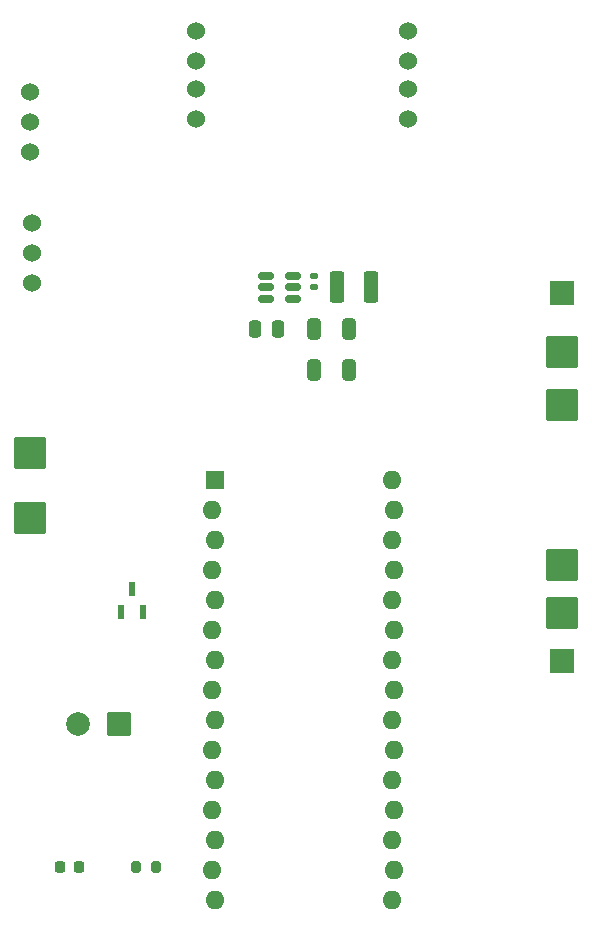
<source format=gts>
%TF.GenerationSoftware,KiCad,Pcbnew,9.0.0*%
%TF.CreationDate,2025-04-21T16:07:22-04:00*%
%TF.ProjectId,brainfreeze,62726169-6e66-4726-9565-7a652e6b6963,rev?*%
%TF.SameCoordinates,Original*%
%TF.FileFunction,Soldermask,Top*%
%TF.FilePolarity,Negative*%
%FSLAX46Y46*%
G04 Gerber Fmt 4.6, Leading zero omitted, Abs format (unit mm)*
G04 Created by KiCad (PCBNEW 9.0.0) date 2025-04-21 16:07:22*
%MOMM*%
%LPD*%
G01*
G04 APERTURE LIST*
G04 Aperture macros list*
%AMRoundRect*
0 Rectangle with rounded corners*
0 $1 Rounding radius*
0 $2 $3 $4 $5 $6 $7 $8 $9 X,Y pos of 4 corners*
0 Add a 4 corners polygon primitive as box body*
4,1,4,$2,$3,$4,$5,$6,$7,$8,$9,$2,$3,0*
0 Add four circle primitives for the rounded corners*
1,1,$1+$1,$2,$3*
1,1,$1+$1,$4,$5*
1,1,$1+$1,$6,$7*
1,1,$1+$1,$8,$9*
0 Add four rect primitives between the rounded corners*
20,1,$1+$1,$2,$3,$4,$5,0*
20,1,$1+$1,$4,$5,$6,$7,0*
20,1,$1+$1,$6,$7,$8,$9,0*
20,1,$1+$1,$8,$9,$2,$3,0*%
G04 Aperture macros list end*
%ADD10RoundRect,0.150000X-0.512500X-0.150000X0.512500X-0.150000X0.512500X0.150000X-0.512500X0.150000X0*%
%ADD11RoundRect,0.250000X-0.250000X-0.475000X0.250000X-0.475000X0.250000X0.475000X-0.250000X0.475000X0*%
%ADD12RoundRect,0.250000X-1.125000X-1.125000X1.125000X-1.125000X1.125000X1.125000X-1.125000X1.125000X0*%
%ADD13RoundRect,0.140000X-0.170000X0.140000X-0.170000X-0.140000X0.170000X-0.140000X0.170000X0.140000X0*%
%ADD14R,1.600000X1.600000*%
%ADD15O,1.600000X1.600000*%
%ADD16RoundRect,0.250001X-0.799999X-0.799999X0.799999X-0.799999X0.799999X0.799999X-0.799999X0.799999X0*%
%ADD17RoundRect,0.250000X0.325000X0.650000X-0.325000X0.650000X-0.325000X-0.650000X0.325000X-0.650000X0*%
%ADD18RoundRect,0.102000X0.900000X0.900000X-0.900000X0.900000X-0.900000X-0.900000X0.900000X-0.900000X0*%
%ADD19C,2.004000*%
%ADD20R,0.558800X1.270000*%
%ADD21C,1.524000*%
%ADD22RoundRect,0.218750X-0.218750X-0.256250X0.218750X-0.256250X0.218750X0.256250X-0.218750X0.256250X0*%
%ADD23RoundRect,0.200000X-0.200000X-0.275000X0.200000X-0.275000X0.200000X0.275000X-0.200000X0.275000X0*%
%ADD24RoundRect,0.250000X-0.375000X-1.075000X0.375000X-1.075000X0.375000X1.075000X-0.375000X1.075000X0*%
G04 APERTURE END LIST*
D10*
X197362500Y-95450000D03*
X197362500Y-96400000D03*
X197362500Y-97350000D03*
X199637500Y-97350000D03*
X199637500Y-96400000D03*
X199637500Y-95450000D03*
D11*
X196450000Y-99900000D03*
X198350000Y-99900000D03*
D12*
X222400000Y-106400000D03*
D13*
X201400000Y-95440000D03*
X201400000Y-96400000D03*
D14*
X193025000Y-112740000D03*
D15*
X192775000Y-115280000D03*
X193025000Y-117820000D03*
X192750000Y-120360000D03*
X193025000Y-122900000D03*
X192750000Y-125440000D03*
X193025000Y-127980000D03*
X192750000Y-130520000D03*
X193025000Y-133060000D03*
X192750000Y-135600000D03*
X193025000Y-138140000D03*
X192750000Y-140680000D03*
X193000000Y-143220000D03*
X192775000Y-145760000D03*
X193000000Y-148300000D03*
X208000000Y-148300000D03*
X208225000Y-145760000D03*
X208000000Y-143220000D03*
X208225000Y-140680000D03*
X208000000Y-138140000D03*
X208225000Y-135600000D03*
X208000000Y-133060000D03*
X208225000Y-130520000D03*
X208000000Y-127980000D03*
X208225000Y-125440000D03*
X208000000Y-122900000D03*
X208225000Y-120360000D03*
X208000000Y-117820000D03*
X208225000Y-115280000D03*
X208000000Y-112740000D03*
D12*
X177400000Y-110400000D03*
D16*
X222400000Y-96900000D03*
D12*
X177400000Y-115900000D03*
D17*
X204375000Y-99900000D03*
X201425000Y-99900000D03*
D18*
X184900000Y-133400000D03*
D19*
X181400000Y-133400000D03*
D20*
X185070002Y-123900000D03*
X186900000Y-123900000D03*
X185985001Y-121969600D03*
D16*
X222400000Y-128000000D03*
D17*
X204375000Y-103400000D03*
X201425000Y-103400000D03*
D21*
X177369900Y-79893400D03*
X177369900Y-82433400D03*
X177369900Y-84973400D03*
X191400000Y-74670000D03*
X191400000Y-74670000D03*
X191400000Y-77210000D03*
X191400000Y-77210000D03*
X191400000Y-79590000D03*
X191400000Y-79590000D03*
X191400000Y-82130000D03*
X191400000Y-82130000D03*
X209400000Y-74670000D03*
X209400000Y-74670000D03*
X209400000Y-77210000D03*
X209400000Y-77210000D03*
X209400000Y-79590000D03*
X209400000Y-79590000D03*
X209400000Y-82130000D03*
X209400000Y-82130000D03*
D12*
X222400000Y-119900000D03*
D22*
X179925000Y-145500000D03*
X181500000Y-145500000D03*
D23*
X186350000Y-145500000D03*
X188000000Y-145500000D03*
D24*
X203400000Y-96400000D03*
X206200000Y-96400000D03*
D21*
X177500000Y-90993400D03*
X177500000Y-93533400D03*
X177500000Y-96073400D03*
D12*
X222400000Y-101900000D03*
X222400000Y-124000000D03*
M02*

</source>
